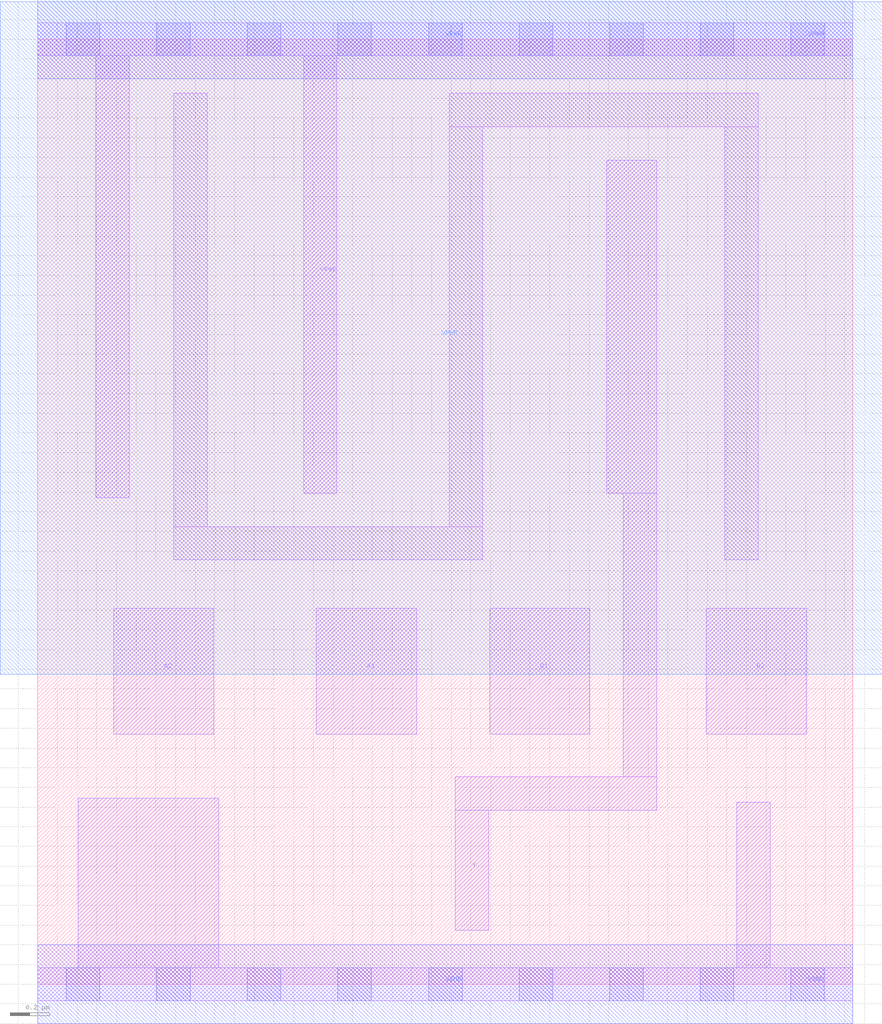
<source format=lef>
VERSION 5.7 ;
  NOWIREEXTENSIONATPIN ON ;
  DIVIDERCHAR "/" ;
  BUSBITCHARS "[]" ;
MACRO thesis_aoi22
  CLASS CORE ;
  FOREIGN thesis_aoi22 ;
  ORIGIN 0.000 0.000 ;
  SIZE 4.140 BY 4.800 ;
  PIN A2
    DIRECTION INPUT ;
    USE SIGNAL ;
    ANTENNAGATEAREA 0.553500 ;
    PORT
      LAYER li1 ;
        RECT 0.385 1.270 0.895 1.910 ;
    END
  END A2
  PIN A1
    DIRECTION INPUT ;
    USE SIGNAL ;
    ANTENNAGATEAREA 0.553500 ;
    PORT
      LAYER li1 ;
        RECT 1.415 1.270 1.925 1.910 ;
    END
  END A1
  PIN B1
    DIRECTION INPUT ;
    USE SIGNAL ;
    ANTENNAGATEAREA 0.553500 ;
    PORT
      LAYER li1 ;
        RECT 2.295 1.270 2.805 1.910 ;
    END
  END B1
  PIN B2
    DIRECTION INPUT ;
    USE SIGNAL ;
    ANTENNAGATEAREA 0.553500 ;
    PORT
      LAYER li1 ;
        RECT 3.395 1.270 3.905 1.910 ;
    END
  END B2
  PIN Y
    DIRECTION OUTPUT ;
    USE SIGNAL ;
    ANTENNADIFFAREA 2.287800 ;
    PORT
      LAYER li1 ;
        RECT 2.890 2.495 3.145 4.185 ;
        RECT 2.975 1.055 3.145 2.495 ;
        RECT 2.120 0.885 3.145 1.055 ;
        RECT 2.120 0.275 2.290 0.885 ;
    END
  END Y
  PIN VPWR
    DIRECTION INOUT ;
    USE POWER ;
    PORT
      LAYER nwell ;
        RECT -0.190 1.575 4.290 4.990 ;
      LAYER li1 ;
        RECT 0.000 4.715 4.140 4.885 ;
        RECT 0.295 2.470 0.465 4.715 ;
        RECT 1.350 2.495 1.520 4.715 ;
      LAYER mcon ;
        RECT 0.145 4.715 0.315 4.885 ;
        RECT 0.605 4.715 0.775 4.885 ;
        RECT 1.065 4.715 1.235 4.885 ;
        RECT 1.525 4.715 1.695 4.885 ;
        RECT 1.985 4.715 2.155 4.885 ;
        RECT 2.445 4.715 2.615 4.885 ;
        RECT 2.905 4.715 3.075 4.885 ;
        RECT 3.365 4.715 3.535 4.885 ;
        RECT 3.825 4.715 3.995 4.885 ;
      LAYER met1 ;
        RECT 0.000 4.600 4.140 5.000 ;
    END
  END VPWR
  PIN VGND
    DIRECTION INOUT ;
    USE GROUND ;
    PORT
      LAYER li1 ;
        RECT 0.205 0.085 0.920 0.945 ;
        RECT 3.550 0.085 3.720 0.925 ;
        RECT 0.000 -0.085 4.140 0.085 ;
      LAYER mcon ;
        RECT 0.145 -0.085 0.315 0.085 ;
        RECT 0.605 -0.085 0.775 0.085 ;
        RECT 1.065 -0.085 1.235 0.085 ;
        RECT 1.525 -0.085 1.695 0.085 ;
        RECT 1.985 -0.085 2.155 0.085 ;
        RECT 2.445 -0.085 2.615 0.085 ;
        RECT 2.905 -0.085 3.075 0.085 ;
        RECT 3.365 -0.085 3.535 0.085 ;
        RECT 3.825 -0.085 3.995 0.085 ;
      LAYER met1 ;
        RECT 0.000 -0.200 4.140 0.200 ;
    END
  END VGND
  OBS
      LAYER li1 ;
        RECT 0.690 2.325 0.860 4.525 ;
        RECT 2.090 4.355 3.660 4.525 ;
        RECT 2.090 2.325 2.260 4.355 ;
        RECT 0.690 2.155 2.260 2.325 ;
        RECT 3.490 2.155 3.660 4.355 ;
  END
END thesis_aoi22
END LIBRARY


</source>
